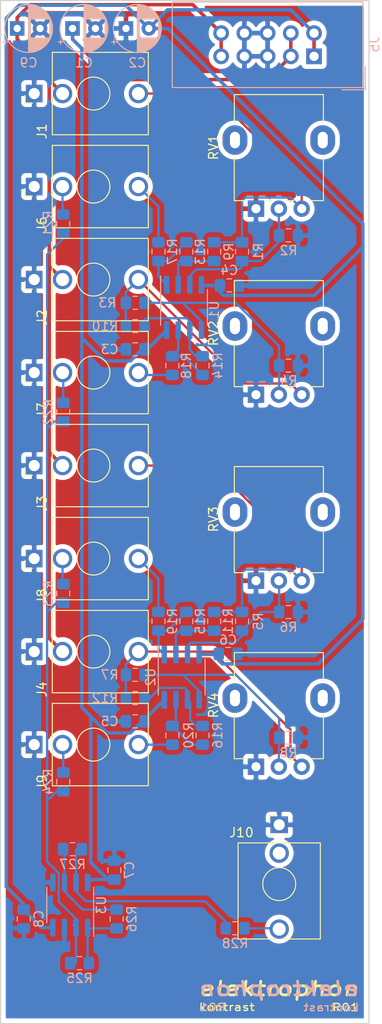
<source format=kicad_pcb>
(kicad_pcb (version 20171130) (host pcbnew 5.1.5-52549c5~86~ubuntu19.04.1)
  (title_block (title kontrast) (date 2020-05-09) (rev 01) (comment 1 "PCB for main circuit") (comment 2 "mixer and attenuverter") (comment 4 "License CC BY 4.0 - Attribution 4.0 International"))
  (layers (0 F.Cu signal) (31 B.Cu signal) (34 B.Paste user) (35 F.Paste user) (36 B.SilkS user) (37 F.SilkS user) (38 B.Mask user) (39 F.Mask user) (44 Edge.Cuts user))
  (net 0 "")
  (net 1 GND)
  (net 2 +15V)
  (net 3 "Net-(J1-PadT)")
  (net 4 "Net-(J3-PadT)")
  (net 5 "Net-(R10-Pad1)")
  (net 6 -15V)
  (net 7 +5V)
  (net 8 "Net-(J2-PadT)")
  (net 9 "Net-(J4-PadT)")
  (net 10 /MIX_1)
  (net 11 "Net-(J6-PadT)")
  (net 12 "Net-(R1-Pad2)")
  (net 13 "Net-(R3-Pad2)")
  (net 14 "Net-(R5-Pad2)")
  (net 15 "Net-(R7-Pad2)")
  (net 16 "Net-(R13-Pad2)")
  (net 17 "Net-(R11-Pad1)")
  (net 18 "Net-(R12-Pad1)")
  (net 19 "Net-(R13-Pad1)")
  (net 20 "Net-(R14-Pad1)")
  (net 21 "Net-(R15-Pad1)")
  (net 22 "Net-(R16-Pad1)")
  (net 23 "Net-(R21-Pad2)")
  (net 24 "Net-(R25-Pad2)")
  (net 25 "Net-(R26-Pad2)")
  (net 26 "Net-(R27-Pad2)")
  (net 27 /MIX_2)
  (net 28 "Net-(J7-PadT)")
  (net 29 /MIX_3)
  (net 30 "Net-(J8-PadT)")
  (net 31 /MIX_4)
  (net 32 "Net-(J9-PadT)")
  (net 33 "Net-(J10-PadT)")
  (module "elektrophon:elektrophon logo" (layer F.Cu) (at 81.28 159.766)
    (fp_text reference REF** hide)
    (fp_text value "elektrophon logo" hide)
    (fp_text user kontrast (at 8.84 1.02) (layer B.SilkS) (effects (font (size 0.8 1)) (justify left mirror)))
    (fp_text user R01 (at -8.83 1) (layer B.SilkS) (effects (font (size 0.8 1)) (justify right mirror)))
    (fp_text user elektrophon (at 0 -1.016) (layer B.SilkS) (effects (font (size 1.5 2) (thickness 0.3) italic) (justify mirror)))
    (fp_text user R01 (at 8.8 1.02) (layer F.SilkS) (effects (font (size 0.8 1)) (justify right)))
    (fp_text user kontrast (at -8.88 1) (layer F.SilkS) (effects (font (size 0.8 1)) (justify left)))
    (fp_text user elektrophon (at 0 -1.016) (layer F.SilkS) (effects (font (size 1.5 2) (thickness 0.3) italic)))
  )
  (module Resistor_SMD:R_0805_2012Metric_Pad1.15x1.40mm_HandSolder (layer B.Cu) (at 76.454 152.146)
    (fp_text reference R28 (at 0 1.65) (layer B.SilkS) (effects (justify mirror)))
    (fp_text value 1k)
    (pad 2 smd roundrect (at 1.025 0) (size 1.15 1.4) (layers B.Cu B.Paste B.Mask) (roundrect_rratio 0.217391) (net 33 "Net-(J10-PadT)"))
    (pad 1 smd roundrect (at -1.025 0) (size 1.15 1.4) (layers B.Cu B.Paste B.Mask) (roundrect_rratio 0.217391) (net 26 "Net-(R27-Pad2)"))
  )
  (module Resistor_SMD:R_0805_2012Metric_Pad1.15x1.40mm_HandSolder (layer B.Cu) (at 58.674 143.51)
    (fp_text reference R27 (at 0 1.65) (layer B.SilkS) (effects (justify mirror)))
    (fp_text value 100k)
    (pad 2 smd roundrect (at 1.025 0) (size 1.15 1.4) (layers B.Cu B.Paste B.Mask) (roundrect_rratio 0.217391) (net 26 "Net-(R27-Pad2)"))
    (pad 1 smd roundrect (at -1.025 0) (size 1.15 1.4) (layers B.Cu B.Paste B.Mask) (roundrect_rratio 0.217391) (net 25 "Net-(R26-Pad2)"))
  )
  (module Resistor_SMD:R_0805_2012Metric_Pad1.15x1.40mm_HandSolder (layer B.Cu) (at 63.5 151.13 90)
    (fp_text reference R26 (at 0 1.65 90) (layer B.SilkS) (effects (justify mirror)))
    (fp_text value 100k)
    (pad 2 smd roundrect (at 1.025 0 90) (size 1.15 1.4) (layers B.Cu B.Paste B.Mask) (roundrect_rratio 0.217391) (net 25 "Net-(R26-Pad2)"))
    (pad 1 smd roundrect (at -1.025 0 90) (size 1.15 1.4) (layers B.Cu B.Paste B.Mask) (roundrect_rratio 0.217391) (net 24 "Net-(R25-Pad2)"))
  )
  (module Resistor_SMD:R_0805_2012Metric_Pad1.15x1.40mm_HandSolder (layer B.Cu) (at 59.436 155.956)
    (fp_text reference R25 (at 0 1.65) (layer B.SilkS) (effects (justify mirror)))
    (fp_text value 100k)
    (pad 2 smd roundrect (at 1.025 0) (size 1.15 1.4) (layers B.Cu B.Paste B.Mask) (roundrect_rratio 0.217391) (net 24 "Net-(R25-Pad2)"))
    (pad 1 smd roundrect (at -1.025 0) (size 1.15 1.4) (layers B.Cu B.Paste B.Mask) (roundrect_rratio 0.217391) (net 23 "Net-(R21-Pad2)"))
  )
  (module Resistor_SMD:R_0805_2012Metric_Pad1.15x1.40mm_HandSolder (layer B.Cu) (at 57.658 136.144 270)
    (fp_text reference R24 (at 0 1.65 270) (layer B.SilkS) (effects (justify mirror)))
    (fp_text value 100k)
    (pad 2 smd roundrect (at 1.025 0 270) (size 1.15 1.4) (layers B.Cu B.Paste B.Mask) (roundrect_rratio 0.217391) (net 23 "Net-(R21-Pad2)"))
    (pad 1 smd roundrect (at -1.025 0 270) (size 1.15 1.4) (layers B.Cu B.Paste B.Mask) (roundrect_rratio 0.217391) (net 31 /MIX_4))
  )
  (module Resistor_SMD:R_0805_2012Metric_Pad1.15x1.40mm_HandSolder (layer B.Cu) (at 57.658 115.57 270)
    (fp_text reference R23 (at 0 1.65 270) (layer B.SilkS) (effects (justify mirror)))
    (fp_text value 100k)
    (pad 2 smd roundrect (at 1.025 0 270) (size 1.15 1.4) (layers B.Cu B.Paste B.Mask) (roundrect_rratio 0.217391) (net 23 "Net-(R21-Pad2)"))
    (pad 1 smd roundrect (at -1.025 0 270) (size 1.15 1.4) (layers B.Cu B.Paste B.Mask) (roundrect_rratio 0.217391) (net 29 /MIX_3))
  )
  (module Resistor_SMD:R_0805_2012Metric_Pad1.15x1.40mm_HandSolder (layer B.Cu) (at 57.658 95.758 270)
    (fp_text reference R22 (at 0 1.65 270) (layer B.SilkS) (effects (justify mirror)))
    (fp_text value 100k)
    (pad 2 smd roundrect (at 1.025 0 270) (size 1.15 1.4) (layers B.Cu B.Paste B.Mask) (roundrect_rratio 0.217391) (net 23 "Net-(R21-Pad2)"))
    (pad 1 smd roundrect (at -1.025 0 270) (size 1.15 1.4) (layers B.Cu B.Paste B.Mask) (roundrect_rratio 0.217391) (net 27 /MIX_2))
  )
  (module Resistor_SMD:R_0805_2012Metric_Pad1.15x1.40mm_HandSolder (layer B.Cu) (at 57.658 75.184 270)
    (fp_text reference R21 (at 0 1.65 90) (layer B.SilkS) (effects (justify mirror)))
    (fp_text value 100k)
    (pad 2 smd roundrect (at 1.025 0 270) (size 1.15 1.4) (layers B.Cu B.Paste B.Mask) (roundrect_rratio 0.217391) (net 23 "Net-(R21-Pad2)"))
    (pad 1 smd roundrect (at -1.025 0 270) (size 1.15 1.4) (layers B.Cu B.Paste B.Mask) (roundrect_rratio 0.217391) (net 10 /MIX_1))
  )
  (module Resistor_SMD:R_0805_2012Metric_Pad1.15x1.40mm_HandSolder (layer B.Cu) (at 69.596 131.064 270)
    (fp_text reference R20 (at 0 -1.778 90) (layer B.SilkS) (effects (justify mirror)))
    (fp_text value 1k)
    (pad 2 smd roundrect (at 1.025 0 270) (size 1.15 1.4) (layers B.Cu B.Paste B.Mask) (roundrect_rratio 0.217391) (net 32 "Net-(J9-PadT)"))
    (pad 1 smd roundrect (at -1.025 0 270) (size 1.15 1.4) (layers B.Cu B.Paste B.Mask) (roundrect_rratio 0.217391) (net 22 "Net-(R16-Pad1)"))
  )
  (module Resistor_SMD:R_0805_2012Metric_Pad1.15x1.40mm_HandSolder (layer B.Cu) (at 68.072 118.609 90)
    (fp_text reference R19 (at -0.009 1.524 90) (layer B.SilkS) (effects (justify mirror)))
    (fp_text value 1k)
    (pad 2 smd roundrect (at 1.025 0 90) (size 1.15 1.4) (layers B.Cu B.Paste B.Mask) (roundrect_rratio 0.217391) (net 30 "Net-(J8-PadT)"))
    (pad 1 smd roundrect (at -1.025 0 90) (size 1.15 1.4) (layers B.Cu B.Paste B.Mask) (roundrect_rratio 0.217391) (net 21 "Net-(R15-Pad1)"))
  )
  (module Resistor_SMD:R_0805_2012Metric_Pad1.15x1.40mm_HandSolder (layer B.Cu) (at 69.596 90.678 270)
    (fp_text reference R18 (at 0 -1.524 270) (layer B.SilkS) (effects (justify mirror)))
    (fp_text value 1k)
    (pad 2 smd roundrect (at 1.025 0 270) (size 1.15 1.4) (layers B.Cu B.Paste B.Mask) (roundrect_rratio 0.217391) (net 28 "Net-(J7-PadT)"))
    (pad 1 smd roundrect (at -1.025 0 270) (size 1.15 1.4) (layers B.Cu B.Paste B.Mask) (roundrect_rratio 0.217391) (net 20 "Net-(R14-Pad1)"))
  )
  (module Resistor_SMD:R_0805_2012Metric_Pad1.15x1.40mm_HandSolder (layer B.Cu) (at 68.072 78.232 90)
    (fp_text reference R17 (at 0 1.524 90) (layer B.SilkS) (effects (justify mirror)))
    (fp_text value 1k)
    (pad 2 smd roundrect (at 1.025 0 90) (size 1.15 1.4) (layers B.Cu B.Paste B.Mask) (roundrect_rratio 0.217391) (net 11 "Net-(J6-PadT)"))
    (pad 1 smd roundrect (at -1.025 0 90) (size 1.15 1.4) (layers B.Cu B.Paste B.Mask) (roundrect_rratio 0.217391) (net 19 "Net-(R13-Pad1)"))
  )
  (module Resistor_SMD:R_0805_2012Metric_Pad1.15x1.40mm_HandSolder (layer B.Cu) (at 72.898 131.064 90)
    (fp_text reference R16 (at 0 1.65 90) (layer B.SilkS) (effects (justify mirror)))
    (fp_text value 100k)
    (pad 2 smd roundrect (at 1.025 0 90) (size 1.15 1.4) (layers B.Cu B.Paste B.Mask) (roundrect_rratio 0.217391) (net 18 "Net-(R12-Pad1)"))
    (pad 1 smd roundrect (at -1.025 0 90) (size 1.15 1.4) (layers B.Cu B.Paste B.Mask) (roundrect_rratio 0.217391) (net 22 "Net-(R16-Pad1)"))
  )
  (module Resistor_SMD:R_0805_2012Metric_Pad1.15x1.40mm_HandSolder (layer B.Cu) (at 71.12 118.609 270)
    (fp_text reference R15 (at 0 -1.524 90) (layer B.SilkS) (effects (justify mirror)))
    (fp_text value 100k)
    (pad 2 smd roundrect (at 1.025 0 270) (size 1.15 1.4) (layers B.Cu B.Paste B.Mask) (roundrect_rratio 0.217391) (net 17 "Net-(R11-Pad1)"))
    (pad 1 smd roundrect (at -1.025 0 270) (size 1.15 1.4) (layers B.Cu B.Paste B.Mask) (roundrect_rratio 0.217391) (net 21 "Net-(R15-Pad1)"))
  )
  (module Resistor_SMD:R_0805_2012Metric_Pad1.15x1.40mm_HandSolder (layer B.Cu) (at 72.898 90.678 90)
    (fp_text reference R14 (at 0 1.65 90) (layer B.SilkS) (effects (justify mirror)))
    (fp_text value 100k)
    (pad 2 smd roundrect (at 1.025 0 90) (size 1.15 1.4) (layers B.Cu B.Paste B.Mask) (roundrect_rratio 0.217391) (net 5 "Net-(R10-Pad1)"))
    (pad 1 smd roundrect (at -1.025 0 90) (size 1.15 1.4) (layers B.Cu B.Paste B.Mask) (roundrect_rratio 0.217391) (net 20 "Net-(R14-Pad1)"))
  )
  (module Resistor_SMD:R_0805_2012Metric_Pad1.15x1.40mm_HandSolder (layer B.Cu) (at 71.12 78.232 270)
    (fp_text reference R13 (at 0 -1.524 90) (layer B.SilkS) (effects (justify mirror)))
    (fp_text value 100k)
    (pad 2 smd roundrect (at 1.025 0 270) (size 1.15 1.4) (layers B.Cu B.Paste B.Mask) (roundrect_rratio 0.217391) (net 16 "Net-(R13-Pad2)"))
    (pad 1 smd roundrect (at -1.025 0 270) (size 1.15 1.4) (layers B.Cu B.Paste B.Mask) (roundrect_rratio 0.217391) (net 19 "Net-(R13-Pad1)"))
  )
  (module Resistor_SMD:R_0805_2012Metric_Pad1.15x1.40mm_HandSolder (layer B.Cu) (at 65.532 127 180)
    (fp_text reference R12 (at 3.302 0) (layer B.SilkS) (effects (justify mirror)))
    (fp_text value 100k)
    (pad 2 smd roundrect (at 1.025 0 180) (size 1.15 1.4) (layers B.Cu B.Paste B.Mask) (roundrect_rratio 0.217391) (net 9 "Net-(J4-PadT)"))
    (pad 1 smd roundrect (at -1.025 0 180) (size 1.15 1.4) (layers B.Cu B.Paste B.Mask) (roundrect_rratio 0.217391) (net 18 "Net-(R12-Pad1)"))
  )
  (module Resistor_SMD:R_0805_2012Metric_Pad1.15x1.40mm_HandSolder (layer B.Cu) (at 74.168 118.609 90)
    (fp_text reference R11 (at 0 1.524 270) (layer B.SilkS) (effects (justify mirror)))
    (fp_text value 100k)
    (pad 2 smd roundrect (at 1.025 0 90) (size 1.15 1.4) (layers B.Cu B.Paste B.Mask) (roundrect_rratio 0.217391) (net 4 "Net-(J3-PadT)"))
    (pad 1 smd roundrect (at -1.025 0 90) (size 1.15 1.4) (layers B.Cu B.Paste B.Mask) (roundrect_rratio 0.217391) (net 17 "Net-(R11-Pad1)"))
  )
  (module Resistor_SMD:R_0805_2012Metric_Pad1.15x1.40mm_HandSolder (layer B.Cu) (at 65.532 86.36 180)
    (fp_text reference R10 (at 3.302 0) (layer B.SilkS) (effects (justify mirror)))
    (fp_text value 100k)
    (pad 2 smd roundrect (at 1.025 0 180) (size 1.15 1.4) (layers B.Cu B.Paste B.Mask) (roundrect_rratio 0.217391) (net 8 "Net-(J2-PadT)"))
    (pad 1 smd roundrect (at -1.025 0 180) (size 1.15 1.4) (layers B.Cu B.Paste B.Mask) (roundrect_rratio 0.217391) (net 5 "Net-(R10-Pad1)"))
  )
  (module Resistor_SMD:R_0805_2012Metric_Pad1.15x1.40mm_HandSolder (layer B.Cu) (at 74.168 78.232 90)
    (fp_text reference R9 (at 0 1.608668 90) (layer B.SilkS) (effects (justify mirror)))
    (fp_text value 100k)
    (pad 2 smd roundrect (at 1.025 0 90) (size 1.15 1.4) (layers B.Cu B.Paste B.Mask) (roundrect_rratio 0.217391) (net 3 "Net-(J1-PadT)"))
    (pad 1 smd roundrect (at -1.025 0 90) (size 1.15 1.4) (layers B.Cu B.Paste B.Mask) (roundrect_rratio 0.217391) (net 16 "Net-(R13-Pad2)"))
  )
  (module Resistor_SMD:R_0805_2012Metric_Pad1.15x1.40mm_HandSolder (layer B.Cu) (at 82.296 131.318)
    (fp_text reference R8 (at 0 1.65) (layer B.SilkS) (effects (justify mirror)))
    (fp_text value 47k)
    (pad 2 smd roundrect (at 1.025 0) (size 1.15 1.4) (layers B.Cu B.Paste B.Mask) (roundrect_rratio 0.217391) (net 1 GND))
    (pad 1 smd roundrect (at -1.025 0) (size 1.15 1.4) (layers B.Cu B.Paste B.Mask) (roundrect_rratio 0.217391) (net 15 "Net-(R7-Pad2)"))
  )
  (module Resistor_SMD:R_0805_2012Metric_Pad1.15x1.40mm_HandSolder (layer B.Cu) (at 65.532 124.46)
    (fp_text reference R7 (at -2.794 0) (layer B.SilkS) (effects (justify mirror)))
    (fp_text value 47k)
    (pad 2 smd roundrect (at 1.025 0) (size 1.15 1.4) (layers B.Cu B.Paste B.Mask) (roundrect_rratio 0.217391) (net 15 "Net-(R7-Pad2)"))
    (pad 1 smd roundrect (at -1.025 0) (size 1.15 1.4) (layers B.Cu B.Paste B.Mask) (roundrect_rratio 0.217391) (net 9 "Net-(J4-PadT)"))
  )
  (module Resistor_SMD:R_0805_2012Metric_Pad1.15x1.40mm_HandSolder (layer B.Cu) (at 82.296 117.602)
    (fp_text reference R6 (at 0 1.65) (layer B.SilkS) (effects (justify mirror)))
    (fp_text value 47k)
    (pad 2 smd roundrect (at 1.025 0) (size 1.15 1.4) (layers B.Cu B.Paste B.Mask) (roundrect_rratio 0.217391) (net 1 GND))
    (pad 1 smd roundrect (at -1.025 0) (size 1.15 1.4) (layers B.Cu B.Paste B.Mask) (roundrect_rratio 0.217391) (net 14 "Net-(R5-Pad2)"))
  )
  (module Resistor_SMD:R_0805_2012Metric_Pad1.15x1.40mm_HandSolder (layer B.Cu) (at 77.216 118.609 270)
    (fp_text reference R5 (at 0.009 -1.778 90) (layer B.SilkS) (effects (justify mirror)))
    (fp_text value 47k)
    (pad 2 smd roundrect (at 1.025 0 270) (size 1.15 1.4) (layers B.Cu B.Paste B.Mask) (roundrect_rratio 0.217391) (net 14 "Net-(R5-Pad2)"))
    (pad 1 smd roundrect (at -1.025 0 270) (size 1.15 1.4) (layers B.Cu B.Paste B.Mask) (roundrect_rratio 0.217391) (net 4 "Net-(J3-PadT)"))
  )
  (module Resistor_SMD:R_0805_2012Metric_Pad1.15x1.40mm_HandSolder (layer B.Cu) (at 82.296 90.678)
    (fp_text reference R4 (at 0 1.65 180) (layer B.SilkS) (effects (justify mirror)))
    (fp_text value 47k)
    (pad 2 smd roundrect (at 1.025 0) (size 1.15 1.4) (layers B.Cu B.Paste B.Mask) (roundrect_rratio 0.217391) (net 1 GND))
    (pad 1 smd roundrect (at -1.025 0) (size 1.15 1.4) (layers B.Cu B.Paste B.Mask) (roundrect_rratio 0.217391) (net 13 "Net-(R3-Pad2)"))
  )
  (module Resistor_SMD:R_0805_2012Metric_Pad1.15x1.40mm_HandSolder (layer B.Cu) (at 65.532 83.82)
    (fp_text reference R3 (at -3.048 0 180) (layer B.SilkS) (effects (justify mirror)))
    (fp_text value 47k)
    (pad 2 smd roundrect (at 1.025 0) (size 1.15 1.4) (layers B.Cu B.Paste B.Mask) (roundrect_rratio 0.217391) (net 13 "Net-(R3-Pad2)"))
    (pad 1 smd roundrect (at -1.025 0) (size 1.15 1.4) (layers B.Cu B.Paste B.Mask) (roundrect_rratio 0.217391) (net 8 "Net-(J2-PadT)"))
  )
  (module Resistor_SMD:R_0805_2012Metric_Pad1.15x1.40mm_HandSolder (layer B.Cu) (at 82.296 76.454)
    (fp_text reference R2 (at 0 1.65) (layer B.SilkS) (effects (justify mirror)))
    (fp_text value 47k)
    (pad 2 smd roundrect (at 1.025 0) (size 1.15 1.4) (layers B.Cu B.Paste B.Mask) (roundrect_rratio 0.217391) (net 1 GND))
    (pad 1 smd roundrect (at -1.025 0) (size 1.15 1.4) (layers B.Cu B.Paste B.Mask) (roundrect_rratio 0.217391) (net 12 "Net-(R1-Pad2)"))
  )
  (module Resistor_SMD:R_0805_2012Metric_Pad1.15x1.40mm_HandSolder (layer B.Cu) (at 77.216 78.232 270)
    (fp_text reference R1 (at 0 -1.778 90) (layer B.SilkS) (effects (justify mirror)))
    (fp_text value 47k)
    (pad 2 smd roundrect (at 1.025 0 270) (size 1.15 1.4) (layers B.Cu B.Paste B.Mask) (roundrect_rratio 0.217391) (net 12 "Net-(R1-Pad2)"))
    (pad 1 smd roundrect (at -1.025 0 270) (size 1.15 1.4) (layers B.Cu B.Paste B.Mask) (roundrect_rratio 0.217391) (net 3 "Net-(J1-PadT)"))
  )
  (module Capacitor_SMD:C_0805_2012Metric_Pad1.15x1.40mm_HandSolder (layer B.Cu) (at 53.34 151.13 90)
    (fp_text reference C8 (at 0 1.65 -90) (layer B.SilkS) (effects (justify mirror)))
    (fp_text value 0.1u)
    (pad 2 smd roundrect (at 1.025 0 90) (size 1.15 1.4) (layers B.Cu B.Paste B.Mask) (roundrect_rratio 0.217391) (net 6 -15V))
    (pad 1 smd roundrect (at -1.025 0 90) (size 1.15 1.4) (layers B.Cu B.Paste B.Mask) (roundrect_rratio 0.217391) (net 1 GND))
  )
  (module Capacitor_SMD:C_0805_2012Metric_Pad1.15x1.40mm_HandSolder (layer B.Cu) (at 63.246 145.796 90)
    (fp_text reference C7 (at 0 1.65 90) (layer B.SilkS) (effects (justify mirror)))
    (fp_text value 0.1u)
    (pad 2 smd roundrect (at 1.025 0 90) (size 1.15 1.4) (layers B.Cu B.Paste B.Mask) (roundrect_rratio 0.217391) (net 1 GND))
    (pad 1 smd roundrect (at -1.025 0 90) (size 1.15 1.4) (layers B.Cu B.Paste B.Mask) (roundrect_rratio 0.217391) (net 2 +15V))
  )
  (module Capacitor_SMD:C_0805_2012Metric_Pad1.15x1.40mm_HandSolder (layer B.Cu) (at 75.692 122.174 180)
    (fp_text reference C6 (at 0 1.524) (layer B.SilkS) (effects (justify mirror)))
    (fp_text value 0.1u)
    (pad 2 smd roundrect (at 1.025 0 180) (size 1.15 1.4) (layers B.Cu B.Paste B.Mask) (roundrect_rratio 0.217391) (net 6 -15V))
    (pad 1 smd roundrect (at -1.025 0 180) (size 1.15 1.4) (layers B.Cu B.Paste B.Mask) (roundrect_rratio 0.217391) (net 1 GND))
  )
  (module Capacitor_SMD:C_0805_2012Metric_Pad1.15x1.40mm_HandSolder (layer B.Cu) (at 65.532 129.54 180)
    (fp_text reference C5 (at 2.794 0) (layer B.SilkS) (effects (justify mirror)))
    (fp_text value 0.1u)
    (pad 2 smd roundrect (at 1.025 0 180) (size 1.15 1.4) (layers B.Cu B.Paste B.Mask) (roundrect_rratio 0.217391) (net 1 GND))
    (pad 1 smd roundrect (at -1.025 0 180) (size 1.15 1.4) (layers B.Cu B.Paste B.Mask) (roundrect_rratio 0.217391) (net 2 +15V))
  )
  (module Capacitor_SMD:C_0805_2012Metric_Pad1.15x1.40mm_HandSolder (layer B.Cu) (at 75.819 81.915 180)
    (fp_text reference C4 (at 0 1.65 180) (layer B.SilkS) (effects (justify mirror)))
    (fp_text value 0.1u)
    (pad 2 smd roundrect (at 1.025 0 180) (size 1.15 1.4) (layers B.Cu B.Paste B.Mask) (roundrect_rratio 0.217391) (net 6 -15V))
    (pad 1 smd roundrect (at -1.025 0 180) (size 1.15 1.4) (layers B.Cu B.Paste B.Mask) (roundrect_rratio 0.217391) (net 1 GND))
  )
  (module Capacitor_SMD:C_0805_2012Metric_Pad1.15x1.40mm_HandSolder (layer B.Cu) (at 65.532 88.9 180)
    (fp_text reference C3 (at 2.794 0) (layer B.SilkS) (effects (justify mirror)))
    (fp_text value 0.1u)
    (pad 2 smd roundrect (at 1.025 0 180) (size 1.15 1.4) (layers B.Cu B.Paste B.Mask) (roundrect_rratio 0.217391) (net 1 GND))
    (pad 1 smd roundrect (at -1.025 0 180) (size 1.15 1.4) (layers B.Cu B.Paste B.Mask) (roundrect_rratio 0.217391) (net 2 +15V))
  )
  (module Package_SO:SOIC-8_3.9x4.9mm_P1.27mm (layer B.Cu) (at 58.42 149.606 90)
    (fp_text reference U3 (at 0 3.4 90) (layer B.SilkS) (effects (justify mirror)))
    (fp_text value OPA2134)
    (pad 8 smd roundrect (at 2.475 1.905 90) (size 1.95 0.6) (layers B.Cu B.Paste B.Mask) (net 2 +15V))
    (pad 7 smd roundrect (at 2.475 0.635 90) (size 1.95 0.6) (layers B.Cu B.Paste B.Mask) (net 26 "Net-(R27-Pad2)"))
    (pad 6 smd roundrect (at 2.475 -0.635 90) (size 1.95 0.6) (layers B.Cu B.Paste B.Mask) (net 25 "Net-(R26-Pad2)"))
    (pad 5 smd roundrect (at 2.475 -1.905 90) (size 1.95 0.6) (layers B.Cu B.Paste B.Mask) (net 1 GND))
    (pad 4 smd roundrect (at -2.475 -1.905 90) (size 1.95 0.6) (layers B.Cu B.Paste B.Mask) (net 6 -15V))
    (pad 3 smd roundrect (at -2.475 -0.635 90) (size 1.95 0.6) (layers B.Cu B.Paste B.Mask) (net 1 GND))
    (pad 2 smd roundrect (at -2.475 0.635 90) (size 1.95 0.6) (layers B.Cu B.Paste B.Mask) (net 23 "Net-(R21-Pad2)"))
    (pad 1 smd roundrect (at -2.475 1.905 90) (size 1.95 0.6) (layers B.Cu B.Paste B.Mask) (net 24 "Net-(R25-Pad2)"))
  )
  (module Package_SO:SOIC-8_3.9x4.9mm_P1.27mm (layer B.Cu) (at 70.612 124.714 270)
    (fp_text reference U2 (at 0 3.4 270) (layer B.SilkS) (effects (justify mirror)))
    (fp_text value OPA2134)
    (pad 8 smd roundrect (at 2.475 1.905 270) (size 1.95 0.6) (layers B.Cu B.Paste B.Mask) (net 2 +15V))
    (pad 7 smd roundrect (at 2.475 0.635 270) (size 1.95 0.6) (layers B.Cu B.Paste B.Mask) (net 22 "Net-(R16-Pad1)"))
    (pad 6 smd roundrect (at 2.475 -0.635 270) (size 1.95 0.6) (layers B.Cu B.Paste B.Mask) (net 18 "Net-(R12-Pad1)"))
    (pad 5 smd roundrect (at 2.475 -1.905 270) (size 1.95 0.6) (layers B.Cu B.Paste B.Mask) (net 15 "Net-(R7-Pad2)"))
    (pad 4 smd roundrect (at -2.475 -1.905 270) (size 1.95 0.6) (layers B.Cu B.Paste B.Mask) (net 6 -15V))
    (pad 3 smd roundrect (at -2.475 -0.635 270) (size 1.95 0.6) (layers B.Cu B.Paste B.Mask) (net 14 "Net-(R5-Pad2)"))
    (pad 2 smd roundrect (at -2.475 0.635 270) (size 1.95 0.6) (layers B.Cu B.Paste B.Mask) (net 17 "Net-(R11-Pad1)"))
    (pad 1 smd roundrect (at -2.475 1.905 270) (size 1.95 0.6) (layers B.Cu B.Paste B.Mask) (net 21 "Net-(R15-Pad1)"))
  )
  (module Package_SO:SOIC-8_3.9x4.9mm_P1.27mm (layer B.Cu) (at 70.866 84.328 270)
    (fp_text reference U1 (at 0.254 -3.302 270) (layer B.SilkS) (effects (justify mirror)))
    (fp_text value OPA2134)
    (pad 8 smd roundrect (at 2.475 1.905 270) (size 1.95 0.6) (layers B.Cu B.Paste B.Mask) (net 2 +15V))
    (pad 7 smd roundrect (at 2.475 0.635 270) (size 1.95 0.6) (layers B.Cu B.Paste B.Mask) (net 20 "Net-(R14-Pad1)"))
    (pad 6 smd roundrect (at 2.475 -0.635 270) (size 1.95 0.6) (layers B.Cu B.Paste B.Mask) (net 5 "Net-(R10-Pad1)"))
    (pad 5 smd roundrect (at 2.475 -1.905 270) (size 1.95 0.6) (layers B.Cu B.Paste B.Mask) (net 13 "Net-(R3-Pad2)"))
    (pad 4 smd roundrect (at -2.475 -1.905 270) (size 1.95 0.6) (layers B.Cu B.Paste B.Mask) (net 6 -15V))
    (pad 3 smd roundrect (at -2.475 -0.635 270) (size 1.95 0.6) (layers B.Cu B.Paste B.Mask) (net 12 "Net-(R1-Pad2)"))
    (pad 2 smd roundrect (at -2.475 0.635 270) (size 1.95 0.6) (layers B.Cu B.Paste B.Mask) (net 16 "Net-(R13-Pad2)"))
    (pad 1 smd roundrect (at -2.475 1.905 270) (size 1.95 0.6) (layers B.Cu B.Paste B.Mask) (net 19 "Net-(R13-Pad1)"))
  )
  (module elektrophon:Jack_3.5mm_WQP-PJ398SM_Vertical (layer F.Cu) (at 81.28 147.32)
    (fp_text reference J10 (at -4.13 -5.63) (layer F.SilkS))
    (fp_text value OUT)
    (pad TN thru_hole circle (at 0 -3.38 180) (size 2.13 2.13) (drill 1.42) (layers *.Cu *.Mask))
    (pad S thru_hole rect (at 0 -6.48 180) (size 1.93 1.83) (drill 1.22) (layers *.Cu *.Mask) (net 1 GND))
    (pad T thru_hole circle (at 0 4.92 180) (size 2.13 2.13) (drill 1.43) (layers *.Cu *.Mask) (net 33 "Net-(J10-PadT)"))
  )
  (module elektrophon:Jack_3.5mm_WQP-PJ398SM_Vertical (layer F.Cu) (at 60.96 132.08 90)
    (fp_text reference J9 (at -4.13 -5.63 90) (layer F.SilkS))
    (fp_text value OUT)
    (pad TN thru_hole circle (at 0 -3.38 270) (size 2.13 2.13) (drill 1.42) (layers *.Cu *.Mask) (net 31 /MIX_4))
    (pad S thru_hole rect (at 0 -6.48 270) (size 1.93 1.83) (drill 1.22) (layers *.Cu *.Mask) (net 1 GND))
    (pad T thru_hole circle (at 0 4.92 270) (size 2.13 2.13) (drill 1.43) (layers *.Cu *.Mask) (net 32 "Net-(J9-PadT)"))
  )
  (module elektrophon:Jack_3.5mm_WQP-PJ398SM_Vertical (layer F.Cu) (at 60.96 111.76 90)
    (fp_text reference J8 (at -4.13 -5.63 90) (layer F.SilkS))
    (fp_text value OUT)
    (pad TN thru_hole circle (at 0 -3.38 270) (size 2.13 2.13) (drill 1.42) (layers *.Cu *.Mask) (net 29 /MIX_3))
    (pad S thru_hole rect (at 0 -6.48 270) (size 1.93 1.83) (drill 1.22) (layers *.Cu *.Mask) (net 1 GND))
    (pad T thru_hole circle (at 0 4.92 270) (size 2.13 2.13) (drill 1.43) (layers *.Cu *.Mask) (net 30 "Net-(J8-PadT)"))
  )
  (module elektrophon:Jack_3.5mm_WQP-PJ398SM_Vertical (layer F.Cu) (at 60.96 91.44 90)
    (fp_text reference J7 (at -4.13 -5.63 90) (layer F.SilkS))
    (fp_text value OUT)
    (pad TN thru_hole circle (at 0 -3.38 270) (size 2.13 2.13) (drill 1.42) (layers *.Cu *.Mask) (net 27 /MIX_2))
    (pad S thru_hole rect (at 0 -6.48 270) (size 1.93 1.83) (drill 1.22) (layers *.Cu *.Mask) (net 1 GND))
    (pad T thru_hole circle (at 0 4.92 270) (size 2.13 2.13) (drill 1.43) (layers *.Cu *.Mask) (net 28 "Net-(J7-PadT)"))
  )
  (module elektrophon:Jack_3.5mm_WQP-PJ398SM_Vertical (layer F.Cu) (at 60.96 71.12 90)
    (fp_text reference J6 (at -4.13 -5.63 90) (layer F.SilkS))
    (fp_text value OUT)
    (pad TN thru_hole circle (at 0 -3.38 270) (size 2.13 2.13) (drill 1.42) (layers *.Cu *.Mask) (net 10 /MIX_1))
    (pad S thru_hole rect (at 0 -6.48 270) (size 1.93 1.83) (drill 1.22) (layers *.Cu *.Mask) (net 1 GND))
    (pad T thru_hole circle (at 0 4.92 270) (size 2.13 2.13) (drill 1.43) (layers *.Cu *.Mask) (net 11 "Net-(J6-PadT)"))
  )
  (module elektrophon:Potentiometer_Alpha_RD901F-40-00D_Single_Vertical (layer F.Cu) (at 81.28 127 90)
    (fp_text reference RV4 (at -0.79 -7.18 270) (layer F.SilkS))
    (fp_text value 100k)
    (pad "" thru_hole oval (at 0 -4.84 180) (size 2.72 3.24) (drill oval 1.1 1.8) (layers *.Cu *.Mask))
    (pad "" thru_hole oval (at 0 4.76 180) (size 2.72 3.24) (drill oval 1.1 1.8) (layers *.Cu *.Mask))
    (pad 3 thru_hole circle (at -7.5 2.46 180) (size 1.8 1.8) (drill 1) (layers *.Cu *.Mask) (net 9 "Net-(J4-PadT)"))
    (pad 2 thru_hole circle (at -7.5 -0.04 180) (size 1.8 1.8) (drill 1) (layers *.Cu *.Mask) (net 15 "Net-(R7-Pad2)"))
    (pad 1 thru_hole rect (at -7.5 -2.54 180) (size 1.8 1.8) (drill 1) (layers *.Cu *.Mask) (net 1 GND))
  )
  (module elektrophon:Potentiometer_Alpha_RD901F-40-00D_Single_Vertical (layer F.Cu) (at 81.28 106.68 90)
    (fp_text reference RV3 (at -0.79 -7.18 270) (layer F.SilkS))
    (fp_text value 100k)
    (pad "" thru_hole oval (at 0 -4.84 180) (size 2.72 3.24) (drill oval 1.1 1.8) (layers *.Cu *.Mask))
    (pad "" thru_hole oval (at 0 4.76 180) (size 2.72 3.24) (drill oval 1.1 1.8) (layers *.Cu *.Mask))
    (pad 3 thru_hole circle (at -7.5 2.46 180) (size 1.8 1.8) (drill 1) (layers *.Cu *.Mask) (net 4 "Net-(J3-PadT)"))
    (pad 2 thru_hole circle (at -7.5 -0.04 180) (size 1.8 1.8) (drill 1) (layers *.Cu *.Mask) (net 14 "Net-(R5-Pad2)"))
    (pad 1 thru_hole rect (at -7.5 -2.54 180) (size 1.8 1.8) (drill 1) (layers *.Cu *.Mask) (net 1 GND))
  )
  (module elektrophon:Potentiometer_Alpha_RD901F-40-00D_Single_Vertical (layer F.Cu) (at 81.28 86.36 90)
    (fp_text reference RV2 (at -0.79 -7.18 270) (layer F.SilkS))
    (fp_text value 100k)
    (pad "" thru_hole oval (at 0 -4.84 180) (size 2.72 3.24) (drill oval 1.1 1.8) (layers *.Cu *.Mask))
    (pad "" thru_hole oval (at 0 4.76 180) (size 2.72 3.24) (drill oval 1.1 1.8) (layers *.Cu *.Mask))
    (pad 3 thru_hole circle (at -7.5 2.46 180) (size 1.8 1.8) (drill 1) (layers *.Cu *.Mask) (net 8 "Net-(J2-PadT)"))
    (pad 2 thru_hole circle (at -7.5 -0.04 180) (size 1.8 1.8) (drill 1) (layers *.Cu *.Mask) (net 13 "Net-(R3-Pad2)"))
    (pad 1 thru_hole rect (at -7.5 -2.54 180) (size 1.8 1.8) (drill 1) (layers *.Cu *.Mask) (net 1 GND))
  )
  (module elektrophon:Potentiometer_Alpha_RD901F-40-00D_Single_Vertical (layer F.Cu) (at 81.28 66.04 90)
    (fp_text reference RV1 (at -0.79 -7.18 270) (layer F.SilkS))
    (fp_text value 100k)
    (pad "" thru_hole oval (at 0 -4.84 180) (size 2.72 3.24) (drill oval 1.1 1.8) (layers *.Cu *.Mask))
    (pad "" thru_hole oval (at 0 4.76 180) (size 2.72 3.24) (drill oval 1.1 1.8) (layers *.Cu *.Mask))
    (pad 3 thru_hole circle (at -7.5 2.46 180) (size 1.8 1.8) (drill 1) (layers *.Cu *.Mask) (net 3 "Net-(J1-PadT)"))
    (pad 2 thru_hole circle (at -7.5 -0.04 180) (size 1.8 1.8) (drill 1) (layers *.Cu *.Mask) (net 12 "Net-(R1-Pad2)"))
    (pad 1 thru_hole rect (at -7.5 -2.54 180) (size 1.8 1.8) (drill 1) (layers *.Cu *.Mask) (net 1 GND))
  )
  (module Connector_IDC:IDC-Header_2x05_P2.54mm_Vertical (layer B.Cu) (at 85.09 56.896 90)
    (fp_text reference J5 (at 1.27 6.604 270) (layer B.SilkS) (effects (justify mirror)))
    (fp_text value "IDC Header")
    (pad 10 thru_hole oval (at 2.54 -10.16 90) (size 1.7272 1.7272) (drill 1.016) (layers *.Cu *.Mask) (net 7 +5V))
    (pad 9 thru_hole oval (at 0 -10.16 90) (size 1.7272 1.7272) (drill 1.016) (layers *.Cu *.Mask) (net 7 +5V))
    (pad 8 thru_hole oval (at 2.54 -7.62 90) (size 1.7272 1.7272) (drill 1.016) (layers *.Cu *.Mask) (net 1 GND))
    (pad 7 thru_hole oval (at 0 -7.62 90) (size 1.7272 1.7272) (drill 1.016) (layers *.Cu *.Mask) (net 1 GND))
    (pad 6 thru_hole oval (at 2.54 -5.08 90) (size 1.7272 1.7272) (drill 1.016) (layers *.Cu *.Mask) (net 1 GND))
    (pad 5 thru_hole oval (at 0 -5.08 90) (size 1.7272 1.7272) (drill 1.016) (layers *.Cu *.Mask) (net 1 GND))
    (pad 4 thru_hole oval (at 2.54 -2.54 90) (size 1.7272 1.7272) (drill 1.016) (layers *.Cu *.Mask) (net 2 +15V))
    (pad 3 thru_hole oval (at 0 -2.54 90) (size 1.7272 1.7272) (drill 1.016) (layers *.Cu *.Mask) (net 2 +15V))
    (pad 2 thru_hole oval (at 2.54 0 90) (size 1.7272 1.7272) (drill 1.016) (layers *.Cu *.Mask) (net 6 -15V))
    (pad 1 thru_hole rect (at 0 0 90) (size 1.7272 1.7272) (drill 1.016) (layers *.Cu *.Mask) (net 6 -15V))
  )
  (module elektrophon:Jack_3.5mm_WQP-PJ398SM_Vertical (layer F.Cu) (at 60.96 121.92 90)
    (fp_text reference J4 (at -4.13 -5.63 90) (layer F.SilkS))
    (fp_text value IN)
    (pad TN thru_hole circle (at 0 -3.38 270) (size 2.13 2.13) (drill 1.42) (layers *.Cu *.Mask) (net 7 +5V))
    (pad S thru_hole rect (at 0 -6.48 270) (size 1.93 1.83) (drill 1.22) (layers *.Cu *.Mask) (net 1 GND))
    (pad T thru_hole circle (at 0 4.92 270) (size 2.13 2.13) (drill 1.43) (layers *.Cu *.Mask) (net 9 "Net-(J4-PadT)"))
  )
  (module elektrophon:Jack_3.5mm_WQP-PJ398SM_Vertical (layer F.Cu) (at 60.96 101.6 90)
    (fp_text reference J3 (at -4.13 -5.63 90) (layer F.SilkS))
    (fp_text value IN)
    (pad TN thru_hole circle (at 0 -3.38 270) (size 2.13 2.13) (drill 1.42) (layers *.Cu *.Mask) (net 7 +5V))
    (pad S thru_hole rect (at 0 -6.48 270) (size 1.93 1.83) (drill 1.22) (layers *.Cu *.Mask) (net 1 GND))
    (pad T thru_hole circle (at 0 4.92 270) (size 2.13 2.13) (drill 1.43) (layers *.Cu *.Mask) (net 4 "Net-(J3-PadT)"))
  )
  (module elektrophon:Jack_3.5mm_WQP-PJ398SM_Vertical (layer F.Cu) (at 60.96 81.28 90)
    (fp_text reference J2 (at -4.13 -5.63 90) (layer F.SilkS))
    (fp_text value IN)
    (pad TN thru_hole circle (at 0 -3.38 270) (size 2.13 2.13) (drill 1.42) (layers *.Cu *.Mask) (net 7 +5V))
    (pad S thru_hole rect (at 0 -6.48 270) (size 1.93 1.83) (drill 1.22) (layers *.Cu *.Mask) (net 1 GND))
    (pad T thru_hole circle (at 0 4.92 270) (size 2.13 2.13) (drill 1.43) (layers *.Cu *.Mask) (net 8 "Net-(J2-PadT)"))
  )
  (module elektrophon:Jack_3.5mm_WQP-PJ398SM_Vertical (layer F.Cu) (at 60.96 60.96 90)
    (fp_text reference J1 (at -4.13 -5.63 90) (layer F.SilkS))
    (fp_text value IN)
    (pad TN thru_hole circle (at 0 -3.38 270) (size 2.13 2.13) (drill 1.42) (layers *.Cu *.Mask) (net 7 +5V))
    (pad S thru_hole rect (at 0 -6.48 270) (size 1.93 1.83) (drill 1.22) (layers *.Cu *.Mask) (net 1 GND))
    (pad T thru_hole circle (at 0 4.92 270) (size 2.13 2.13) (drill 1.43) (layers *.Cu *.Mask) (net 3 "Net-(J1-PadT)"))
  )
  (module Capacitor_THT:CP_Radial_D5.0mm_P2.50mm (layer B.Cu) (at 52.618 53.848)
    (fp_text reference C9 (at 1.25 3.75) (layer B.SilkS) (effects (justify mirror)))
    (fp_text value 10u)
    (pad 2 thru_hole circle (at 2.5 0) (size 1.6 1.6) (drill 0.8) (layers *.Cu *.Mask) (net 1 GND))
    (pad 1 thru_hole rect (at 0 0) (size 1.6 1.6) (drill 0.8) (layers *.Cu *.Mask) (net 7 +5V))
  )
  (module Capacitor_THT:CP_Radial_D5.0mm_P2.50mm (layer B.Cu) (at 64.516 53.848)
    (fp_text reference C2 (at 1.25 3.75) (layer B.SilkS) (effects (justify mirror)))
    (fp_text value 10u)
    (pad 2 thru_hole circle (at 2.5 0) (size 1.6 1.6) (drill 0.8) (layers *.Cu *.Mask) (net 6 -15V))
    (pad 1 thru_hole rect (at 0 0) (size 1.6 1.6) (drill 0.8) (layers *.Cu *.Mask) (net 1 GND))
  )
  (module Capacitor_THT:CP_Radial_D5.0mm_P2.50mm (layer B.Cu) (at 58.674 53.848)
    (fp_text reference C1 (at 1.25 3.75) (layer B.SilkS) (effects (justify mirror)))
    (fp_text value 10u)
    (pad 2 thru_hole circle (at 2.5 0) (size 1.6 1.6) (drill 0.8) (layers *.Cu *.Mask) (net 1 GND))
    (pad 1 thru_hole rect (at 0 0) (size 1.6 1.6) (drill 0.8) (layers *.Cu *.Mask) (net 2 +15V))
  )
  (gr_line (start 91.1 50.8) (end 50.8 50.8) (layer Edge.Cuts) (width 0.12))
  (gr_line (start 91.1 162.56) (end 91.1 50.8) (layer Edge.Cuts) (width 0.12))
  (gr_line (start 50.8 162.56) (end 91.1 162.56) (layer Edge.Cuts) (width 0.12))
  (gr_line (start 50.8 50.8) (end 50.8 162.56) (layer Edge.Cuts) (width 0.12))
  (segment (start 58.674 55.029) (end 59.69 56.045) (width 0.381) (layer B.Cu) (net 2))
  (segment (start 58.674 53.848) (end 58.674 55.029) (width 0.381) (layer B.Cu) (net 2))
  (segment (start 66.265858 129.54) (end 66.557 129.54) (width 0.381) (layer B.Cu) (net 2))
  (segment (start 62.455858 130.81) (end 64.995858 130.81) (width 0.381) (layer B.Cu) (net 2))
  (segment (start 64.995858 130.81) (end 66.265858 129.54) (width 0.381) (layer B.Cu) (net 2))
  (segment (start 66.557 129.339) (end 68.707 127.189) (width 0.381) (layer B.Cu) (net 2))
  (segment (start 66.557 129.54) (end 66.557 129.339) (width 0.381) (layer B.Cu) (net 2))
  (segment (start 59.69 84.582) (end 59.69 128.044142) (width 0.381) (layer B.Cu) (net 2))
  (segment (start 59.69 56.045) (end 59.69 84.582) (width 0.381) (layer B.Cu) (net 2))
  (segment (start 66.864 88.9) (end 68.961 86.803) (width 0.381) (layer B.Cu) (net 2))
  (segment (start 66.557 88.9) (end 66.864 88.9) (width 0.381) (layer B.Cu) (net 2))
  (segment (start 60.66451 128.99051) (end 59.944 128.27) (width 0.381) (layer B.Cu) (net 2))
  (segment (start 60.66451 144.93951) (end 60.66451 128.99051) (width 0.381) (layer B.Cu) (net 2))
  (segment (start 63.246 146.821) (end 62.546 146.821) (width 0.381) (layer B.Cu) (net 2))
  (segment (start 59.944 128.27) (end 62.455858 130.81) (width 0.381) (layer B.Cu) (net 2))
  (segment (start 62.546 146.821) (end 60.66451 144.93951) (width 0.381) (layer B.Cu) (net 2))
  (segment (start 59.69 128.044142) (end 59.944 128.27) (width 0.381) (layer B.Cu) (net 2))
  (segment (start 60.635 146.821) (end 60.325 147.131) (width 0.381) (layer B.Cu) (net 2))
  (segment (start 63.246 146.821) (end 60.635 146.821) (width 0.381) (layer B.Cu) (net 2))
  (segment (start 82.55 54.356) (end 82.55 56.896) (width 0.381) (layer F.Cu) (net 2))
  (segment (start 80.01 59.436) (end 82.55 56.896) (width 0.381) (layer F.Cu) (net 2))
  (segment (start 58.674 53.848) (end 58.674 55.029) (width 0.381) (layer F.Cu) (net 2))
  (segment (start 63.081 59.436) (end 80.01 59.436) (width 0.381) (layer F.Cu) (net 2))
  (segment (start 58.674 55.029) (end 63.081 59.436) (width 0.381) (layer F.Cu) (net 2))
  (segment (start 66.265858 88.9) (end 66.557 88.9) (width 0.381) (layer B.Cu) (net 2))
  (segment (start 62.23 90.17) (end 64.995858 90.17) (width 0.381) (layer B.Cu) (net 2))
  (segment (start 64.995858 90.17) (end 66.265858 88.9) (width 0.381) (layer B.Cu) (net 2))
  (segment (start 59.69 84.582) (end 59.69 87.63) (width 0.381) (layer B.Cu) (net 2))
  (segment (start 59.69 87.63) (end 62.23 90.17) (width 0.381) (layer B.Cu) (net 2))
  (segment (start 74.168 77.207) (end 77.216 77.207) (width 0.25) (layer B.Cu) (net 3))
  (segment (start 83.74 70.697037) (end 83.74 73.54) (width 0.25) (layer F.Cu) (net 3))
  (segment (start 74.002963 60.96) (end 83.74 70.697037) (width 0.25) (layer F.Cu) (net 3))
  (segment (start 65.88 60.96) (end 74.002963 60.96) (width 0.25) (layer F.Cu) (net 3))
  (segment (start 77.216 72.678998) (end 77.216 76.632) (width 0.25) (layer B.Cu) (net 3))
  (segment (start 77.579999 72.314999) (end 77.216 72.678998) (width 0.25) (layer B.Cu) (net 3))
  (segment (start 82.514999 72.314999) (end 77.579999 72.314999) (width 0.25) (layer B.Cu) (net 3))
  (segment (start 77.216 76.632) (end 77.216 77.207) (width 0.25) (layer B.Cu) (net 3))
  (segment (start 83.74 73.54) (end 82.514999 72.314999) (width 0.25) (layer B.Cu) (net 3))
  (segment (start 74.002963 101.6) (end 65.88 101.6) (width 0.25) (layer F.Cu) (net 4))
  (segment (start 83.74 111.337037) (end 74.002963 101.6) (width 0.25) (layer F.Cu) (net 4))
  (segment (start 83.74 114.18) (end 83.74 111.337037) (width 0.25) (layer F.Cu) (net 4))
  (segment (start 77.216 117.009) (end 77.216 117.584) (width 0.25) (layer B.Cu) (net 4))
  (segment (start 82.514999 112.954999) (end 77.579999 112.954999) (width 0.25) (layer B.Cu) (net 4))
  (segment (start 77.216 113.318998) (end 77.216 117.009) (width 0.25) (layer B.Cu) (net 4))
  (segment (start 77.579999 112.954999) (end 77.216 113.318998) (width 0.25) (layer B.Cu) (net 4))
  (segment (start 83.74 114.18) (end 82.514999 112.954999) (width 0.25) (layer B.Cu) (net 4))
  (segment (start 76.516 117.584) (end 74.168 117.584) (width 0.25) (layer B.Cu) (net 4))
  (segment (start 77.216 117.584) (end 76.516 117.584) (width 0.25) (layer B.Cu) (net 4))
  (segment (start 71.501 85.828) (end 71.501 86.803) (width 0.25) (layer B.Cu) (net 5))
  (segment (start 71.17599 85.50299) (end 71.501 85.828) (width 0.25) (layer B.Cu) (net 5))
  (segment (start 66.71401 85.50299) (end 71.17599 85.50299) (width 0.25) (layer B.Cu) (net 5))
  (segment (start 66.557 85.66) (end 66.71401 85.50299) (width 0.25) (layer B.Cu) (net 5))
  (segment (start 66.557 86.36) (end 66.557 85.66) (width 0.25) (layer B.Cu) (net 5))
  (segment (start 72.198 89.653) (end 72.898 89.653) (width 0.25) (layer B.Cu) (net 5))
  (segment (start 71.501 88.956) (end 72.198 89.653) (width 0.25) (layer B.Cu) (net 5))
  (segment (start 71.501 86.803) (end 71.501 88.956) (width 0.25) (layer B.Cu) (net 5))
  (segment (start 72.833 81.915) (end 72.771 81.853) (width 0.381) (layer B.Cu) (net 6))
  (segment (start 74.794 81.915) (end 72.833 81.915) (width 0.381) (layer B.Cu) (net 6))
  (segment (start 74.602 122.239) (end 74.667 122.174) (width 0.381) (layer B.Cu) (net 6))
  (segment (start 72.517 122.239) (end 74.602 122.239) (width 0.381) (layer B.Cu) (net 6))
  (segment (start 90.424 118.364) (end 85.52349 123.26451) (width 0.381) (layer B.Cu) (net 6))
  (segment (start 85.52349 123.26451) (end 75.05751 123.26451) (width 0.381) (layer B.Cu) (net 6))
  (segment (start 74.667 122.874) (end 74.667 122.174) (width 0.381) (layer B.Cu) (net 6))
  (segment (start 75.05751 123.26451) (end 74.667 122.874) (width 0.381) (layer B.Cu) (net 6))
  (segment (start 75.18451 83.00551) (end 74.794 82.615) (width 0.381) (layer B.Cu) (net 6))
  (segment (start 85.14249 83.00551) (end 75.18451 83.00551) (width 0.381) (layer B.Cu) (net 6))
  (segment (start 90.424 77.724) (end 85.14249 83.00551) (width 0.381) (layer B.Cu) (net 6))
  (segment (start 74.794 82.615) (end 74.794 81.915) (width 0.381) (layer B.Cu) (net 6))
  (segment (start 90.424 77.724) (end 90.424 118.364) (width 0.381) (layer B.Cu) (net 6))
  (segment (start 67.016 53.848) (end 69.048 51.816) (width 0.381) (layer B.Cu) (net 6))
  (segment (start 82.55 51.816) (end 85.09 54.356) (width 0.381) (layer B.Cu) (net 6))
  (segment (start 69.048 51.816) (end 82.55 51.816) (width 0.381) (layer B.Cu) (net 6))
  (segment (start 51.427499 52.735599) (end 52.855098 51.308) (width 0.381) (layer B.Cu) (net 6))
  (segment (start 51.427499 147.617499) (end 51.427499 52.735599) (width 0.381) (layer B.Cu) (net 6))
  (segment (start 53.34 150.105) (end 53.34 149.53) (width 0.381) (layer B.Cu) (net 6))
  (segment (start 53.34 149.53) (end 51.427499 147.617499) (width 0.381) (layer B.Cu) (net 6))
  (segment (start 64.476 51.308) (end 67.016 53.848) (width 0.381) (layer B.Cu) (net 6))
  (segment (start 52.855098 51.308) (end 64.476 51.308) (width 0.381) (layer B.Cu) (net 6))
  (segment (start 85.09 54.356) (end 85.09 56.896) (width 0.381) (layer F.Cu) (net 6))
  (segment (start 55.316 152.081) (end 53.34 150.105) (width 0.381) (layer B.Cu) (net 6))
  (segment (start 56.515 152.081) (end 55.316 152.081) (width 0.381) (layer B.Cu) (net 6))
  (segment (start 90.424 75.184) (end 90.424 77.724) (width 0.381) (layer B.Cu) (net 6))
  (segment (start 67.016 53.848) (end 69.088 53.848) (width 0.381) (layer B.Cu) (net 6))
  (segment (start 69.088 53.848) (end 90.424 75.184) (width 0.381) (layer B.Cu) (net 6))
  (segment (start 56.124499 120.464499) (end 57.58 121.92) (width 0.381) (layer F.Cu) (net 7))
  (segment (start 52.618 55.029) (end 56.124499 58.535499) (width 0.381) (layer F.Cu) (net 7))
  (segment (start 56.124499 100.144499) (end 57.58 101.6) (width 0.381) (layer F.Cu) (net 7))
  (segment (start 56.124499 99.577501) (end 56.124499 100.144499) (width 0.381) (layer F.Cu) (net 7))
  (segment (start 56.124499 99.577501) (end 56.124499 120.464499) (width 0.381) (layer F.Cu) (net 7))
  (segment (start 56.124499 79.824499) (end 57.58 81.28) (width 0.381) (layer F.Cu) (net 7))
  (segment (start 56.124499 78.749501) (end 56.124499 79.824499) (width 0.381) (layer F.Cu) (net 7))
  (segment (start 56.124499 78.749501) (end 56.124499 99.577501) (width 0.381) (layer F.Cu) (net 7))
  (segment (start 56.124499 59.504499) (end 57.58 60.96) (width 0.381) (layer F.Cu) (net 7))
  (segment (start 56.124499 58.535499) (end 56.124499 58.918499) (width 0.381) (layer F.Cu) (net 7))
  (segment (start 56.124499 58.918499) (end 56.124499 59.504499) (width 0.381) (layer F.Cu) (net 7))
  (segment (start 56.124499 58.918499) (end 56.124499 78.749501) (width 0.381) (layer F.Cu) (net 7))
  (segment (start 52.618 53.848) (end 52.618 55.029) (width 0.381) (layer F.Cu) (net 7))
  (segment (start 52.618 52.667) (end 52.618 53.848) (width 0.381) (layer F.Cu) (net 7))
  (segment (start 74.93 54.356) (end 71.82451 51.25051) (width 0.381) (layer F.Cu) (net 7))
  (segment (start 54.03449 51.25051) (end 52.618 52.667) (width 0.381) (layer F.Cu) (net 7))
  (segment (start 71.82451 51.25051) (end 54.03449 51.25051) (width 0.381) (layer F.Cu) (net 7))
  (segment (start 74.93 54.356) (end 74.93 56.896) (width 0.381) (layer F.Cu) (net 7))
  (segment (start 64.507 82.653) (end 64.507 83.82) (width 0.25) (layer B.Cu) (net 8))
  (segment (start 65.88 81.28) (end 64.507 82.653) (width 0.25) (layer B.Cu) (net 8))
  (segment (start 64.507 83.82) (end 64.507 86.36) (width 0.25) (layer B.Cu) (net 8))
  (segment (start 64.507 86.36) (end 64.507 85.66) (width 0.25) (layer B.Cu) (net 8))
  (segment (start 77.234999 92.634999) (end 65.88 81.28) (width 0.25) (layer F.Cu) (net 8))
  (segment (start 82.514999 92.634999) (end 77.234999 92.634999) (width 0.25) (layer F.Cu) (net 8))
  (segment (start 83.74 93.86) (end 82.514999 92.634999) (width 0.25) (layer F.Cu) (net 8))
  (segment (start 64.507 123.293) (end 64.507 124.46) (width 0.25) (layer B.Cu) (net 9))
  (segment (start 65.88 121.92) (end 64.507 123.293) (width 0.25) (layer B.Cu) (net 9))
  (segment (start 64.507 124.46) (end 64.507 127) (width 0.25) (layer B.Cu) (net 9))
  (segment (start 74.002963 121.92) (end 65.88 121.92) (width 0.25) (layer F.Cu) (net 9))
  (segment (start 82.514999 130.432036) (end 74.002963 121.92) (width 0.25) (layer F.Cu) (net 9))
  (segment (start 82.514999 133.274999) (end 82.514999 130.432036) (width 0.25) (layer F.Cu) (net 9))
  (segment (start 83.74 134.5) (end 82.514999 133.274999) (width 0.25) (layer F.Cu) (net 9))
  (segment (start 57.58 74.081) (end 57.658 74.159) (width 0.25) (layer B.Cu) (net 10))
  (segment (start 57.58 71.12) (end 57.58 74.081) (width 0.25) (layer B.Cu) (net 10))
  (segment (start 68.072 73.312) (end 65.88 71.12) (width 0.25) (layer B.Cu) (net 11))
  (segment (start 68.072 77.207) (end 68.072 73.312) (width 0.25) (layer B.Cu) (net 11))
  (segment (start 81.24 76.423) (end 81.271 76.454) (width 0.25) (layer B.Cu) (net 12))
  (segment (start 81.24 73.54) (end 81.24 76.423) (width 0.25) (layer B.Cu) (net 12))
  (segment (start 81.271 77.154) (end 81.271 76.454) (width 0.25) (layer B.Cu) (net 12))
  (segment (start 79.168 79.257) (end 81.271 77.154) (width 0.25) (layer B.Cu) (net 12))
  (segment (start 77.216 79.257) (end 79.168 79.257) (width 0.25) (layer B.Cu) (net 12))
  (segment (start 77.216 79.832) (end 77.216 79.257) (width 0.25) (layer B.Cu) (net 12))
  (segment (start 76.89099 80.15701) (end 77.216 79.832) (width 0.25) (layer B.Cu) (net 12))
  (segment (start 72.22199 80.15701) (end 76.89099 80.15701) (width 0.25) (layer B.Cu) (net 12))
  (segment (start 71.501 80.878) (end 72.22199 80.15701) (width 0.25) (layer B.Cu) (net 12))
  (segment (start 71.501 81.853) (end 71.501 80.878) (width 0.25) (layer B.Cu) (net 12))
  (segment (start 81.271 88.548037) (end 81.271 89.978) (width 0.25) (layer B.Cu) (net 13))
  (segment (start 81.271 89.978) (end 81.271 90.678) (width 0.25) (layer B.Cu) (net 13))
  (segment (start 76.542963 83.82) (end 81.271 88.548037) (width 0.25) (layer B.Cu) (net 13))
  (segment (start 81.271 93.829) (end 81.24 93.86) (width 0.25) (layer B.Cu) (net 13))
  (segment (start 81.271 90.678) (end 81.271 93.829) (width 0.25) (layer B.Cu) (net 13))
  (segment (start 70.763 83.82) (end 69.85 83.82) (width 0.25) (layer B.Cu) (net 13))
  (segment (start 72.771 86.803) (end 72.771 85.828) (width 0.25) (layer B.Cu) (net 13))
  (segment (start 72.771 85.828) (end 70.763 83.82) (width 0.25) (layer B.Cu) (net 13))
  (segment (start 66.557 83.82) (end 69.85 83.82) (width 0.25) (layer B.Cu) (net 13))
  (segment (start 69.85 83.82) (end 76.542963 83.82) (width 0.25) (layer B.Cu) (net 13))
  (segment (start 79.248 117.602) (end 77.216 119.634) (width 0.25) (layer B.Cu) (net 14))
  (segment (start 81.271 117.602) (end 79.248 117.602) (width 0.25) (layer B.Cu) (net 14))
  (segment (start 71.247 121.264) (end 71.247 122.239) (width 0.25) (layer B.Cu) (net 14))
  (segment (start 71.57201 120.93899) (end 71.247 121.264) (width 0.25) (layer B.Cu) (net 14))
  (segment (start 76.48601 120.93899) (end 71.57201 120.93899) (width 0.25) (layer B.Cu) (net 14))
  (segment (start 77.216 120.209) (end 76.48601 120.93899) (width 0.25) (layer B.Cu) (net 14))
  (segment (start 77.216 119.634) (end 77.216 120.209) (width 0.25) (layer B.Cu) (net 14))
  (segment (start 81.271 114.211) (end 81.24 114.18) (width 0.25) (layer B.Cu) (net 14))
  (segment (start 81.271 117.602) (end 81.271 114.211) (width 0.25) (layer B.Cu) (net 14))
  (segment (start 81.271 130.618) (end 81.271 131.318) (width 0.25) (layer B.Cu) (net 15))
  (segment (start 81.271 129.188037) (end 81.271 130.618) (width 0.25) (layer B.Cu) (net 15))
  (segment (start 76.542963 124.46) (end 81.271 129.188037) (width 0.25) (layer B.Cu) (net 15))
  (segment (start 81.24 131.349) (end 81.271 131.318) (width 0.25) (layer B.Cu) (net 15))
  (segment (start 81.24 134.5) (end 81.24 131.349) (width 0.25) (layer B.Cu) (net 15))
  (segment (start 70.763 124.46) (end 69.85 124.46) (width 0.25) (layer B.Cu) (net 15))
  (segment (start 72.517 126.214) (end 70.763 124.46) (width 0.25) (layer B.Cu) (net 15))
  (segment (start 72.517 127.189) (end 72.517 126.214) (width 0.25) (layer B.Cu) (net 15))
  (segment (start 66.557 124.46) (end 69.85 124.46) (width 0.25) (layer B.Cu) (net 15))
  (segment (start 69.85 124.46) (end 76.542963 124.46) (width 0.25) (layer B.Cu) (net 15))
  (segment (start 74.168 79.257) (end 71.12 79.257) (width 0.25) (layer B.Cu) (net 16))
  (segment (start 70.42 79.257) (end 71.12 79.257) (width 0.25) (layer B.Cu) (net 16))
  (segment (start 70.231 79.446) (end 70.42 79.257) (width 0.25) (layer B.Cu) (net 16))
  (segment (start 70.231 81.853) (end 70.231 79.446) (width 0.25) (layer B.Cu) (net 16))
  (segment (start 70.42 119.634) (end 71.12 119.634) (width 0.25) (layer B.Cu) (net 17))
  (segment (start 69.977 120.077) (end 70.42 119.634) (width 0.25) (layer B.Cu) (net 17))
  (segment (start 69.977 122.239) (end 69.977 120.077) (width 0.25) (layer B.Cu) (net 17))
  (segment (start 71.12 119.634) (end 74.168 119.634) (width 0.25) (layer B.Cu) (net 17))
  (segment (start 71.247 126.214) (end 71.247 127.189) (width 0.25) (layer B.Cu) (net 18))
  (segment (start 70.92199 125.88899) (end 71.247 126.214) (width 0.25) (layer B.Cu) (net 18))
  (segment (start 68.24301 125.88899) (end 70.92199 125.88899) (width 0.25) (layer B.Cu) (net 18))
  (segment (start 67.132 127) (end 68.24301 125.88899) (width 0.25) (layer B.Cu) (net 18))
  (segment (start 66.557 127) (end 67.132 127) (width 0.25) (layer B.Cu) (net 18))
  (segment (start 72.198 130.039) (end 72.898 130.039) (width 0.25) (layer B.Cu) (net 18))
  (segment (start 71.547 129.388) (end 72.198 130.039) (width 0.25) (layer B.Cu) (net 18))
  (segment (start 71.547 127.489) (end 71.547 129.388) (width 0.25) (layer B.Cu) (net 18))
  (segment (start 71.247 127.189) (end 71.547 127.489) (width 0.25) (layer B.Cu) (net 18))
  (segment (start 69.07 79.257) (end 71.12 77.207) (width 0.25) (layer B.Cu) (net 19))
  (segment (start 68.072 79.257) (end 69.07 79.257) (width 0.25) (layer B.Cu) (net 19))
  (segment (start 68.072 80.964) (end 68.961 81.853) (width 0.25) (layer B.Cu) (net 19))
  (segment (start 68.072 79.257) (end 68.072 80.964) (width 0.25) (layer B.Cu) (net 19))
  (segment (start 70.231 89.018) (end 69.596 89.653) (width 0.25) (layer B.Cu) (net 20))
  (segment (start 70.231 86.803) (end 70.231 89.018) (width 0.25) (layer B.Cu) (net 20))
  (segment (start 70.848 89.653) (end 72.898 91.703) (width 0.25) (layer B.Cu) (net 20))
  (segment (start 69.596 89.653) (end 70.848 89.653) (width 0.25) (layer B.Cu) (net 20))
  (segment (start 69.07 119.634) (end 71.12 117.584) (width 0.25) (layer B.Cu) (net 21))
  (segment (start 68.072 119.634) (end 69.07 119.634) (width 0.25) (layer B.Cu) (net 21))
  (segment (start 68.072 121.604) (end 68.707 122.239) (width 0.25) (layer B.Cu) (net 21))
  (segment (start 68.072 119.634) (end 68.072 121.604) (width 0.25) (layer B.Cu) (net 21))
  (segment (start 69.977 129.658) (end 69.596 130.039) (width 0.25) (layer B.Cu) (net 22))
  (segment (start 69.977 127.189) (end 69.977 129.658) (width 0.25) (layer B.Cu) (net 22))
  (segment (start 71.646 132.089) (end 69.596 130.039) (width 0.25) (layer B.Cu) (net 22))
  (segment (start 72.898 132.089) (end 71.646 132.089) (width 0.25) (layer B.Cu) (net 22))
  (segment (start 58.755 151.781) (end 59.055 152.081) (width 0.25) (layer B.Cu) (net 23))
  (segment (start 57.658 76.784) (end 55.88999 78.55201) (width 0.25) (layer B.Cu) (net 23))
  (segment (start 57.658 76.209) (end 57.658 76.784) (width 0.25) (layer B.Cu) (net 23))
  (segment (start 58.986 155.956) (end 58.411 155.956) (width 0.25) (layer B.Cu) (net 23))
  (segment (start 59.055 155.887) (end 58.986 155.956) (width 0.25) (layer B.Cu) (net 23))
  (segment (start 59.055 152.081) (end 59.055 155.887) (width 0.25) (layer B.Cu) (net 23))
  (segment (start 56.958 137.169) (end 57.658 137.169) (width 0.25) (layer B.Cu) (net 23))
  (segment (start 55.88999 138.16601) (end 55.88999 138.23701) (width 0.25) (layer B.Cu) (net 23))
  (segment (start 55.88999 138.23701) (end 56.958 137.169) (width 0.25) (layer B.Cu) (net 23))
  (segment (start 56.887 116.595) (end 57.658 116.595) (width 0.25) (layer B.Cu) (net 23))
  (segment (start 55.88999 117.59201) (end 56.887 116.595) (width 0.25) (layer B.Cu) (net 23))
  (segment (start 55.88999 97.52601) (end 56.633 96.783) (width 0.25) (layer B.Cu) (net 23))
  (segment (start 55.88999 78.55201) (end 55.88999 97.52601) (width 0.25) (layer B.Cu) (net 23))
  (segment (start 56.633 96.783) (end 57.658 96.783) (width 0.25) (layer B.Cu) (net 23))
  (segment (start 55.88999 97.52601) (end 55.88999 117.59201) (width 0.25) (layer B.Cu) (net 23))
  (segment (start 59.055 151.106) (end 59.055 152.081) (width 0.25) (layer B.Cu) (net 23))
  (segment (start 57.15999 149.21099) (end 59.055 151.106) (width 0.25) (layer B.Cu) (net 23))
  (segment (start 57.15999 146.129222) (end 57.15999 149.21099) (width 0.25) (layer B.Cu) (net 23))
  (segment (start 55.88999 138.16601) (end 55.88999 144.859222) (width 0.25) (layer B.Cu) (net 23))
  (segment (start 55.88999 144.859222) (end 57.15999 146.129222) (width 0.25) (layer B.Cu) (net 23))
  (segment (start 55.88999 117.59201) (end 55.88999 138.16601) (width 0.25) (layer B.Cu) (net 23))
  (segment (start 60.325 155.82) (end 60.461 155.956) (width 0.25) (layer B.Cu) (net 24))
  (segment (start 60.325 152.081) (end 60.325 155.82) (width 0.25) (layer B.Cu) (net 24))
  (segment (start 60.399 152.155) (end 60.325 152.081) (width 0.25) (layer B.Cu) (net 24))
  (segment (start 63.5 152.155) (end 60.399 152.155) (width 0.25) (layer B.Cu) (net 24))
  (segment (start 57.785 148.106) (end 57.785 147.131) (width 0.25) (layer B.Cu) (net 25))
  (segment (start 59.784 150.105) (end 57.785 148.106) (width 0.25) (layer B.Cu) (net 25))
  (segment (start 63.5 150.105) (end 59.784 150.105) (width 0.25) (layer B.Cu) (net 25))
  (segment (start 57.785 143.646) (end 57.649 143.51) (width 0.25) (layer B.Cu) (net 25))
  (segment (start 57.785 147.131) (end 57.785 143.646) (width 0.25) (layer B.Cu) (net 25))
  (segment (start 59.124 143.51) (end 59.699 143.51) (width 0.25) (layer B.Cu) (net 26))
  (segment (start 59.055 143.579) (end 59.124 143.51) (width 0.25) (layer B.Cu) (net 26))
  (segment (start 59.055 147.131) (end 59.055 143.579) (width 0.25) (layer B.Cu) (net 26))
  (segment (start 60.15399 149.20499) (end 73.18799 149.20499) (width 0.25) (layer B.Cu) (net 26))
  (segment (start 75.429 151.446) (end 75.429 152.146) (width 0.25) (layer B.Cu) (net 26))
  (segment (start 59.055 148.106) (end 60.15399 149.20499) (width 0.25) (layer B.Cu) (net 26))
  (segment (start 73.18799 149.20499) (end 75.429 151.446) (width 0.25) (layer B.Cu) (net 26))
  (segment (start 59.055 147.131) (end 59.055 148.106) (width 0.25) (layer B.Cu) (net 26))
  (segment (start 57.658 91.518) (end 57.58 91.44) (width 0.25) (layer B.Cu) (net 27))
  (segment (start 57.658 94.733) (end 57.658 91.518) (width 0.25) (layer B.Cu) (net 27))
  (segment (start 66.143 91.703) (end 65.88 91.44) (width 0.25) (layer B.Cu) (net 28))
  (segment (start 69.596 91.703) (end 66.143 91.703) (width 0.25) (layer B.Cu) (net 28))
  (segment (start 57.58 114.467) (end 57.658 114.545) (width 0.25) (layer B.Cu) (net 29))
  (segment (start 57.58 111.76) (end 57.58 114.467) (width 0.25) (layer B.Cu) (net 29))
  (segment (start 68.072 113.952) (end 65.88 111.76) (width 0.25) (layer B.Cu) (net 30))
  (segment (start 68.072 117.584) (end 68.072 113.952) (width 0.25) (layer B.Cu) (net 30))
  (segment (start 57.658 132.158) (end 57.58 132.08) (width 0.25) (layer B.Cu) (net 31))
  (segment (start 57.658 135.119) (end 57.658 132.158) (width 0.25) (layer B.Cu) (net 31))
  (segment (start 65.889 132.089) (end 65.88 132.08) (width 0.25) (layer B.Cu) (net 32))
  (segment (start 69.596 132.089) (end 65.889 132.089) (width 0.25) (layer B.Cu) (net 32))
  (segment (start 81.186 152.146) (end 81.28 152.24) (width 0.25) (layer B.Cu) (net 33))
  (segment (start 77.479 152.146) (end 81.186 152.146) (width 0.25) (layer B.Cu) (net 33))
  (zone (net 1) (net_name GND) (layer B.Cu) (connect_pads (clearance 0.508)) (min_thickness 0.254) (fill yes (arc_segments 32) (thermal_gap 0.508) (thermal_bridge_width 0.508))
    (polygon (pts (xy 91.186 162.56) (xy 50.8 162.56) (xy 50.8 50.8) (xy 91.186 50.8)))
  )
  (zone (net 1) (net_name GND) (layer F.Cu) (connect_pads (clearance 0.508)) (min_thickness 0.254) (fill yes (arc_segments 32) (thermal_gap 0.508) (thermal_bridge_width 0.508))
    (polygon (pts (xy 91.186 162.56) (xy 50.8 162.56) (xy 50.8 50.8) (xy 91.186 50.8)))
  )
)
</source>
